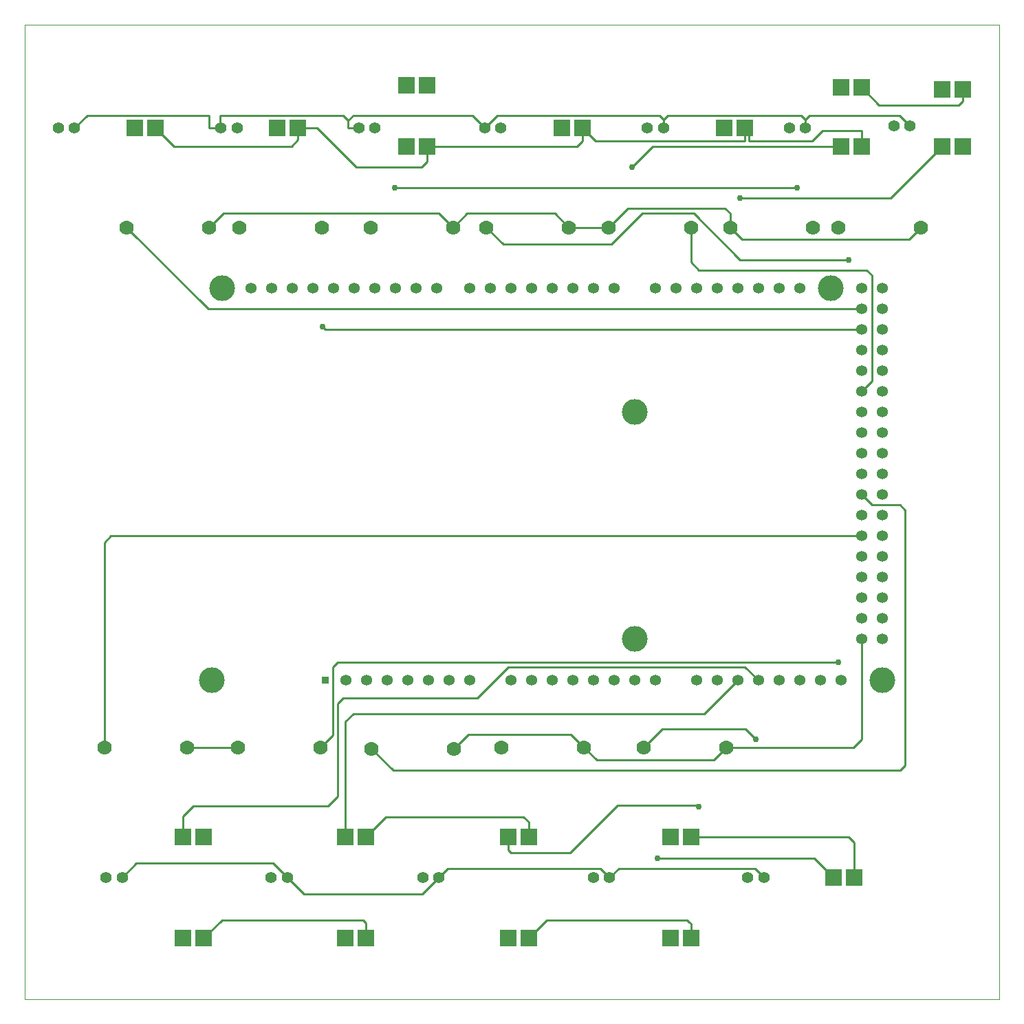
<source format=gbr>
G04 PROTEUS GERBER X2 FILE*
%TF.GenerationSoftware,Labcenter,Proteus,8.16-SP3-Build36097*%
%TF.CreationDate,2024-06-22T10:21:33+00:00*%
%TF.FileFunction,Copper,L1,Top*%
%TF.FilePolarity,Positive*%
%TF.Part,Single*%
%TF.SameCoordinates,{24a379d5-4027-43cf-b872-4d17f73d1947}*%
%FSLAX45Y45*%
%MOMM*%
G01*
%TA.AperFunction,Conductor*%
%ADD10C,0.254000*%
%TA.AperFunction,ViaPad*%
%ADD11C,0.762000*%
%TA.AperFunction,ComponentPad*%
%ADD12C,1.360000*%
%ADD13C,3.175000*%
%ADD14R,0.961660X0.961660*%
%TA.AperFunction,ComponentPad*%
%ADD15R,2.032000X2.032000*%
%TA.AperFunction,WasherPad*%
%ADD16C,1.397000*%
%TA.AperFunction,ComponentPad*%
%ADD17C,1.778000*%
%TA.AperFunction,Profile*%
%ADD18C,0.101600*%
%TD.AperFunction*%
D10*
X-3788000Y+4727000D02*
X-3793300Y+4732300D01*
X-3793300Y+4881500D01*
X+2898000Y-4500000D02*
X+2787500Y-4389500D01*
X+1110500Y-4389500D01*
X+1000000Y-4500000D01*
X-2218500Y+4818000D02*
X-2218500Y+4727000D01*
X-2088000Y+4727000D01*
X-3793300Y+4881500D02*
X-2282000Y+4881500D01*
X-2218500Y+4818000D01*
X-3788000Y+4727000D02*
X-3933000Y+4727000D01*
X-3933000Y+4881500D01*
X-5433500Y+4881500D01*
X-5588000Y+4727000D01*
X-2967000Y-4500000D02*
X-3141000Y-4326000D01*
X-4826000Y-4326000D01*
X-5000000Y-4500000D01*
X-1102000Y-4500000D02*
X-1309000Y-4707000D01*
X-2760000Y-4707000D01*
X-2967000Y-4500000D01*
X+1000000Y-4500000D02*
X+889500Y-4389500D01*
X-991500Y-4389500D01*
X-1102000Y-4500000D01*
X-4946000Y+3500000D02*
X-3942000Y+2496000D01*
X+4100000Y+2496000D01*
X-2536000Y+2278000D02*
X-2500000Y+2242000D01*
X+4100000Y+2242000D01*
X+3306000Y+3992500D02*
X-1647000Y+3992500D01*
X-516000Y+3500000D02*
X-310000Y+3294000D01*
X+1020000Y+3294000D01*
X+1401000Y+3675000D01*
X+2036000Y+3675000D01*
X+2607500Y+3103500D01*
X+3941000Y+3103500D01*
X+2000000Y+3500000D02*
X+2000000Y+3076000D01*
X+2099500Y+2976500D01*
X+4163500Y+2976500D01*
X+4227000Y+2913000D01*
X+4227000Y+1607000D01*
X+4100000Y+1480000D01*
X+2798000Y-2802000D02*
X+2671000Y-2675000D01*
X+1646000Y-2675000D01*
X+1421000Y-2900000D01*
X-1932000Y-2916000D02*
X-1665000Y-3183000D01*
X+4576000Y-3183000D01*
X+4639500Y-3119500D01*
X+4639500Y+19500D01*
X+4576000Y+83000D01*
X+4227000Y+83000D01*
X+4100000Y+210000D01*
X-2560000Y-2900000D02*
X-2409000Y-2749000D01*
X-2409000Y-1913000D01*
X-2345500Y-1849500D01*
X+3814000Y-1849500D01*
X-5216000Y-2900000D02*
X-5216000Y-374500D01*
X-5139500Y-298000D01*
X+4100000Y-298000D01*
X-2254000Y-4000000D02*
X-2254000Y-2583500D01*
X-2155000Y-2484500D01*
X+2167500Y-2484500D01*
X+2576000Y-2076000D01*
X-4250000Y-4000000D02*
X-4250000Y-3749907D01*
X-4123500Y-3623407D01*
X-2468407Y-3623407D01*
X-2345500Y-3500500D01*
X-2345500Y-2357500D01*
X-2282000Y-2294000D01*
X-631000Y-2294000D01*
X-250000Y-1913000D01*
X+2667000Y-1913000D01*
X+2830000Y-2076000D01*
X+3846000Y+4500000D02*
X+1527500Y+4500000D01*
X+1274000Y+4246500D01*
X+5096000Y+4500000D02*
X+4461500Y+3865500D01*
X+2607500Y+3865500D01*
X+1591500Y-4262500D02*
X+3516500Y-4262500D01*
X+3754000Y-4500000D01*
X+2437000Y-2900000D02*
X+4002000Y-2900000D01*
X+4100000Y-2802000D01*
X+4100000Y-1568000D01*
X-930000Y+3500000D02*
X-1105000Y+3675000D01*
X-3755000Y+3675000D01*
X-3930000Y+3500000D01*
X-930000Y+3500000D02*
X-755000Y+3675000D01*
X+325000Y+3675000D01*
X+500000Y+3500000D01*
X+687000Y-2900000D02*
X+525500Y-2738500D01*
X-738500Y-2738500D01*
X-916000Y-2916000D01*
X+2484000Y+3500000D02*
X+2626500Y+3357500D01*
X+4690500Y+3357500D01*
X+4833000Y+3500000D01*
X+2437000Y-2900000D02*
X+2281000Y-3056000D01*
X+843000Y-3056000D01*
X+687000Y-2900000D01*
X+984000Y+3500000D02*
X+1222500Y+3738500D01*
X+2420500Y+3738500D01*
X+2484000Y+3675000D01*
X+2484000Y+3500000D01*
X-3576000Y-2900000D02*
X-4200000Y-2900000D01*
X+500000Y+3500000D02*
X+984000Y+3500000D01*
X+4008000Y-4500000D02*
X+4008000Y-4067000D01*
X+3941000Y-4000000D01*
X+2004000Y-4000000D01*
X+2662000Y+4727000D02*
X+2712800Y+4676200D01*
X+2712800Y+4564000D01*
X+3496500Y+4564000D01*
X+3623500Y+4691000D01*
X+4100000Y+4691000D01*
X+4100000Y+4500000D01*
X+662000Y+4727000D02*
X+825000Y+4564000D01*
X+2662000Y+4564000D01*
X+2662000Y+4727000D01*
X-1250000Y+4500000D02*
X+598000Y+4500000D01*
X+662000Y+4564000D01*
X+662000Y+4727000D01*
X-2838000Y+4727000D02*
X-2599500Y+4727000D01*
X-2119000Y+4246500D01*
X-1313500Y+4246500D01*
X-1250000Y+4310000D01*
X-1250000Y+4500000D01*
X+4000Y-4000000D02*
X+4000Y-3818000D01*
X-59500Y-3754500D01*
X-1754500Y-3754500D01*
X-2000000Y-4000000D01*
X-2838000Y+4727000D02*
X-2838000Y+4579500D01*
X-2917000Y+4500500D01*
X-4361500Y+4500500D01*
X-4588000Y+4727000D01*
X-538000Y+4727000D02*
X-692500Y+4881500D01*
X-2155000Y+4881500D01*
X-2218500Y+4818000D01*
X-250000Y-4000000D02*
X-250000Y-4164269D01*
X-215269Y-4199000D01*
X+512000Y-4199000D01*
X+1099443Y-3611557D01*
X+2083557Y-3611557D01*
X+2099500Y-3627500D01*
X-2000000Y-5250000D02*
X-2000000Y-5060000D01*
X-2035500Y-5024500D01*
X-3770500Y-5024500D01*
X-3996000Y-5250000D01*
X+2004000Y-5250000D02*
X+2004000Y-5072481D01*
X+1981519Y-5050000D01*
X+1980000Y-5050000D01*
X+1954500Y-5024500D01*
X+229500Y-5024500D01*
X+4000Y-5250000D01*
X-538000Y+4727000D02*
X-383500Y+4881500D01*
X+1610500Y+4881500D01*
X+1662000Y+4830000D01*
X+1662000Y+4727000D01*
X+3412000Y+4727000D02*
X+3412001Y+4727001D01*
X+3412001Y+4830000D01*
X+1662000Y+4830000D02*
X+1713500Y+4881500D01*
X+3360501Y+4881500D01*
X+3412001Y+4830000D01*
X+4700000Y+4750000D02*
X+4568500Y+4881500D01*
X+3463501Y+4881500D01*
X+3412001Y+4830000D01*
X+4100000Y+5227000D02*
X+4318500Y+5008500D01*
X+5298385Y+5008500D01*
X+5350000Y+5060115D01*
X+5350000Y+5200000D01*
D11*
X-2536000Y+2278000D03*
X-1647000Y+3992500D03*
X+3306000Y+3992500D03*
X+3941000Y+3103500D03*
X+2798000Y-2802000D03*
X+3814000Y-1849500D03*
X+1274000Y+4246500D03*
X+2607500Y+3865500D03*
X+1591500Y-4262500D03*
X+2099500Y-3627500D03*
D12*
X+1052000Y+2750000D03*
X+798000Y+2750000D03*
X+544000Y+2750000D03*
X+290000Y+2750000D03*
X-1742000Y-2076000D03*
X+36000Y+2750000D03*
X-218000Y+2750000D03*
X-1488000Y-2076000D03*
X+4100000Y+2750000D03*
X+4354000Y+2750000D03*
X-472000Y+2750000D03*
X-726000Y+2750000D03*
X-1132400Y+2750000D03*
X-1386400Y+2750000D03*
X-1640400Y+2750000D03*
X-1894400Y+2750000D03*
X-2148400Y+2750000D03*
X-2402400Y+2750000D03*
X+1560000Y+2750000D03*
X+1814000Y+2750000D03*
X+2068000Y+2750000D03*
X+2322000Y+2750000D03*
X+2576000Y+2750000D03*
X+2830000Y+2750000D03*
X+3084000Y+2750000D03*
X+3338000Y+2750000D03*
X+4100000Y+2496000D03*
X+4354000Y+2496000D03*
X+4100000Y+2242000D03*
X+4354000Y+2242000D03*
X+4100000Y+1988000D03*
X+4354000Y+1988000D03*
X+4100000Y+1734000D03*
X+4354000Y+1734000D03*
X+4100000Y+1480000D03*
X+4354000Y+1480000D03*
X+4100000Y+1226000D03*
X+4354000Y+1226000D03*
X+4100000Y+972000D03*
X+4354000Y+972000D03*
X+4100000Y+718000D03*
X+4354000Y+718000D03*
X+4100000Y+464000D03*
X+4354000Y+464000D03*
X+4100000Y+210000D03*
X+4354000Y+210000D03*
X+4100000Y-44000D03*
X+4354000Y-44000D03*
X+4100000Y-298000D03*
X+4354000Y-298000D03*
X+4100000Y-552000D03*
X+4354000Y-552000D03*
X+4100000Y-806000D03*
X+4354000Y-806000D03*
X+4100000Y-1060000D03*
X+4354000Y-1060000D03*
X+4100000Y-1314000D03*
X+4354000Y-1314000D03*
X-218000Y-2076000D03*
X+36000Y-2076000D03*
X+290000Y-2076000D03*
X+544000Y-2076000D03*
X+798000Y-2076000D03*
X+1052000Y-2076000D03*
X+1306000Y-2076000D03*
X+1560000Y-2076000D03*
X+2068000Y-2076000D03*
X+2322000Y-2076000D03*
X+2576000Y-2076000D03*
X+2830000Y-2076000D03*
X+3084000Y-2076000D03*
X+3338000Y-2076000D03*
X+3592000Y-2076000D03*
X+3846000Y-2076000D03*
X-2910400Y+2750000D03*
D13*
X-3901000Y-2076000D03*
X+1306000Y-1568000D03*
X+1306000Y+1226000D03*
X-3774000Y+2750000D03*
X+4354000Y-2076000D03*
X+3719000Y+2750000D03*
D12*
X-1234000Y-2076000D03*
X-980000Y-2076000D03*
X-2656400Y+2750000D03*
X+4100000Y-1568000D03*
X+4354000Y-1568000D03*
X-2250000Y-2076000D03*
D14*
X-2504000Y-2076000D03*
D12*
X-1996000Y-2076000D03*
X-3418400Y+2750000D03*
X-3164400Y+2750000D03*
X-726000Y-2076000D03*
D15*
X-4842000Y+4727000D03*
X-4588000Y+4727000D03*
X-3092000Y+4727000D03*
X-2838000Y+4727000D03*
X-1504000Y+5250000D03*
X-1250000Y+5250000D03*
X-1504000Y+4500000D03*
X-1250000Y+4500000D03*
X+408000Y+4727000D03*
X+662000Y+4727000D03*
X+2408000Y+4727000D03*
X+2662000Y+4727000D03*
X+3846000Y+5227000D03*
X+4100000Y+5227000D03*
X+3846000Y+4500000D03*
X+4100000Y+4500000D03*
X+5096000Y+4500000D03*
X+5350000Y+4500000D03*
X+5096000Y+5200000D03*
X+5350000Y+5200000D03*
X+3754000Y-4500000D03*
X+4008000Y-4500000D03*
X+1750000Y-5250000D03*
X+2004000Y-5250000D03*
X+1750000Y-4000000D03*
X+2004000Y-4000000D03*
X-250000Y-4000000D03*
X+4000Y-4000000D03*
X-250000Y-5250000D03*
X+4000Y-5250000D03*
X-2254000Y-5250000D03*
X-2000000Y-5250000D03*
X-2254000Y-4000000D03*
X-2000000Y-4000000D03*
X-4250000Y-4000000D03*
X-3996000Y-4000000D03*
X-4250000Y-5250000D03*
X-3996000Y-5250000D03*
D16*
X-5788000Y+4727000D03*
X-5588000Y+4727000D03*
X-3588000Y+4727000D03*
X-3788000Y+4727000D03*
X-1888000Y+4727000D03*
X-2088000Y+4727000D03*
X-338000Y+4727000D03*
X-538000Y+4727000D03*
X+1462000Y+4727000D03*
X+1662000Y+4727000D03*
X+3212000Y+4727000D03*
X+3412000Y+4727000D03*
X+4500000Y+4750000D03*
X+4700000Y+4750000D03*
X+2698000Y-4500000D03*
X+2898000Y-4500000D03*
X+800000Y-4500000D03*
X+1000000Y-4500000D03*
X-1302000Y-4500000D03*
X-1102000Y-4500000D03*
X-3167000Y-4500000D03*
X-2967000Y-4500000D03*
X-5200000Y-4500000D03*
X-5000000Y-4500000D03*
D17*
X-4946000Y+3500000D03*
X-3930000Y+3500000D03*
X-2542000Y+3500000D03*
X-3558000Y+3500000D03*
X-1946000Y+3500000D03*
X-930000Y+3500000D03*
X-516000Y+3500000D03*
X+500000Y+3500000D03*
X+2000000Y+3500000D03*
X+984000Y+3500000D03*
X+3500000Y+3500000D03*
X+2484000Y+3500000D03*
X+3817000Y+3500000D03*
X+4833000Y+3500000D03*
X+1421000Y-2900000D03*
X+2437000Y-2900000D03*
X-329000Y-2900000D03*
X+687000Y-2900000D03*
X-1932000Y-2916000D03*
X-916000Y-2916000D03*
X-2560000Y-2900000D03*
X-3576000Y-2900000D03*
X-5216000Y-2900000D03*
X-4200000Y-2900000D03*
D18*
X-6200000Y-6000000D02*
X+5800000Y-6000000D01*
X+5800000Y+6000000D01*
X-6200000Y+6000000D01*
X-6200000Y-6000000D01*
M02*

</source>
